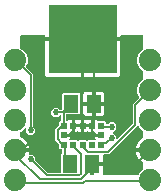
<source format=gbr>
G04 EAGLE Gerber RS-274X export*
G75*
%MOMM*%
%FSLAX34Y34*%
%LPD*%
%INTop Copper*%
%IPPOS*%
%AMOC8*
5,1,8,0,0,1.08239X$1,22.5*%
G01*
%ADD10R,1.300000X1.500000*%
%ADD11C,1.879600*%
%ADD12R,0.500000X0.500000*%
%ADD13R,5.842000X5.842000*%
%ADD14C,0.152400*%
%ADD15C,0.525000*%

G36*
X58188Y26420D02*
X58188Y26420D01*
X58207Y26418D01*
X58309Y26440D01*
X58411Y26456D01*
X58428Y26466D01*
X58448Y26470D01*
X58537Y26523D01*
X58628Y26572D01*
X58642Y26586D01*
X58659Y26596D01*
X58726Y26675D01*
X58798Y26750D01*
X58806Y26768D01*
X58819Y26783D01*
X58858Y26879D01*
X58901Y26973D01*
X58903Y26993D01*
X58911Y27011D01*
X58929Y27178D01*
X58929Y42316D01*
X59674Y43061D01*
X59690Y43061D01*
X59710Y43064D01*
X59729Y43062D01*
X59831Y43084D01*
X59933Y43100D01*
X59950Y43110D01*
X59970Y43114D01*
X60059Y43167D01*
X60150Y43216D01*
X60164Y43230D01*
X60181Y43240D01*
X60248Y43319D01*
X60320Y43394D01*
X60328Y43412D01*
X60341Y43427D01*
X60380Y43523D01*
X60423Y43617D01*
X60425Y43637D01*
X60433Y43655D01*
X60451Y43822D01*
X60451Y45888D01*
X60448Y45908D01*
X60450Y45927D01*
X60428Y46029D01*
X60412Y46131D01*
X60402Y46148D01*
X60398Y46168D01*
X60345Y46257D01*
X60296Y46348D01*
X60282Y46362D01*
X60272Y46379D01*
X60193Y46446D01*
X60118Y46518D01*
X60100Y46526D01*
X60085Y46539D01*
X59989Y46578D01*
X59895Y46621D01*
X59875Y46623D01*
X59857Y46631D01*
X59690Y46649D01*
X58444Y46649D01*
X57699Y47394D01*
X57699Y50363D01*
X57685Y50453D01*
X57677Y50544D01*
X57665Y50573D01*
X57660Y50605D01*
X57617Y50686D01*
X57581Y50770D01*
X57555Y50802D01*
X57544Y50823D01*
X57521Y50845D01*
X57476Y50901D01*
X55769Y52608D01*
X54355Y54022D01*
X54355Y63326D01*
X57476Y66447D01*
X57529Y66521D01*
X57589Y66590D01*
X57601Y66621D01*
X57620Y66647D01*
X57647Y66734D01*
X57681Y66819D01*
X57685Y66860D01*
X57692Y66882D01*
X57691Y66914D01*
X57699Y66985D01*
X57699Y69446D01*
X58444Y70191D01*
X58676Y70191D01*
X58696Y70194D01*
X58715Y70192D01*
X58817Y70214D01*
X58919Y70230D01*
X58936Y70240D01*
X58956Y70244D01*
X59045Y70297D01*
X59136Y70346D01*
X59150Y70360D01*
X59167Y70370D01*
X59234Y70449D01*
X59306Y70524D01*
X59314Y70542D01*
X59327Y70557D01*
X59366Y70653D01*
X59409Y70747D01*
X59411Y70767D01*
X59419Y70785D01*
X59437Y70952D01*
X59437Y74930D01*
X59434Y74950D01*
X59436Y74969D01*
X59414Y75071D01*
X59398Y75173D01*
X59388Y75190D01*
X59384Y75210D01*
X59331Y75299D01*
X59282Y75390D01*
X59268Y75404D01*
X59258Y75421D01*
X59179Y75488D01*
X59104Y75560D01*
X59086Y75568D01*
X59071Y75581D01*
X58975Y75620D01*
X58967Y75623D01*
X58959Y75628D01*
X58952Y75630D01*
X58881Y75663D01*
X58861Y75665D01*
X58843Y75673D01*
X58736Y75685D01*
X58720Y75689D01*
X58709Y75688D01*
X58676Y75691D01*
X58656Y75691D01*
X58644Y75689D01*
X58637Y75690D01*
X58596Y75682D01*
X58566Y75677D01*
X58475Y75669D01*
X58445Y75657D01*
X58413Y75652D01*
X58333Y75609D01*
X58249Y75573D01*
X58217Y75547D01*
X58196Y75536D01*
X58174Y75513D01*
X58118Y75468D01*
X56478Y73828D01*
X53250Y73828D01*
X50968Y76110D01*
X50968Y79338D01*
X53250Y81620D01*
X56478Y81620D01*
X58118Y79980D01*
X58192Y79927D01*
X58261Y79867D01*
X58291Y79855D01*
X58317Y79836D01*
X58404Y79809D01*
X58489Y79775D01*
X58530Y79771D01*
X58553Y79764D01*
X58585Y79765D01*
X58656Y79757D01*
X59438Y79757D01*
X59458Y79760D01*
X59477Y79758D01*
X59579Y79780D01*
X59681Y79796D01*
X59698Y79806D01*
X59718Y79810D01*
X59807Y79863D01*
X59898Y79912D01*
X59912Y79926D01*
X59929Y79936D01*
X59996Y80015D01*
X60068Y80090D01*
X60076Y80108D01*
X60089Y80123D01*
X60128Y80219D01*
X60171Y80313D01*
X60173Y80333D01*
X60181Y80351D01*
X60199Y80518D01*
X60199Y93116D01*
X60944Y93861D01*
X74996Y93861D01*
X75741Y93116D01*
X75741Y77064D01*
X74996Y76319D01*
X64264Y76319D01*
X64244Y76316D01*
X64225Y76318D01*
X64123Y76296D01*
X64021Y76280D01*
X64004Y76270D01*
X63984Y76266D01*
X63895Y76213D01*
X63804Y76164D01*
X63790Y76150D01*
X63773Y76140D01*
X63706Y76061D01*
X63634Y75986D01*
X63626Y75968D01*
X63613Y75953D01*
X63574Y75857D01*
X63531Y75763D01*
X63529Y75743D01*
X63521Y75725D01*
X63503Y75558D01*
X63503Y70952D01*
X63506Y70932D01*
X63504Y70913D01*
X63526Y70811D01*
X63542Y70709D01*
X63552Y70692D01*
X63556Y70672D01*
X63609Y70583D01*
X63658Y70492D01*
X63672Y70478D01*
X63682Y70461D01*
X63761Y70394D01*
X63836Y70322D01*
X63854Y70314D01*
X63869Y70301D01*
X63965Y70262D01*
X64059Y70219D01*
X64079Y70217D01*
X64097Y70209D01*
X64264Y70191D01*
X64332Y70191D01*
X64422Y70205D01*
X64513Y70213D01*
X64543Y70225D01*
X64575Y70230D01*
X64656Y70273D01*
X64740Y70309D01*
X64772Y70335D01*
X64792Y70346D01*
X64815Y70369D01*
X64871Y70414D01*
X65410Y70953D01*
X65989Y71288D01*
X66636Y71461D01*
X68221Y71461D01*
X68221Y66908D01*
X68224Y66889D01*
X68222Y66869D01*
X68244Y66767D01*
X68260Y66665D01*
X68270Y66648D01*
X68274Y66628D01*
X68327Y66539D01*
X68376Y66448D01*
X68390Y66434D01*
X68400Y66417D01*
X68404Y66414D01*
X68352Y66360D01*
X68344Y66342D01*
X68331Y66327D01*
X68292Y66230D01*
X68249Y66137D01*
X68247Y66117D01*
X68239Y66099D01*
X68221Y65932D01*
X68221Y61379D01*
X67272Y61379D01*
X67252Y61376D01*
X67233Y61378D01*
X67131Y61356D01*
X67029Y61340D01*
X67012Y61330D01*
X66992Y61326D01*
X66903Y61273D01*
X66812Y61224D01*
X66798Y61210D01*
X66781Y61200D01*
X66714Y61121D01*
X66642Y61046D01*
X66634Y61028D01*
X66621Y61013D01*
X66582Y60917D01*
X66539Y60823D01*
X66537Y60803D01*
X66529Y60785D01*
X66511Y60618D01*
X66511Y59669D01*
X61958Y59669D01*
X61939Y59666D01*
X61919Y59668D01*
X61817Y59646D01*
X61715Y59630D01*
X61698Y59620D01*
X61678Y59616D01*
X61589Y59563D01*
X61498Y59514D01*
X61484Y59500D01*
X61467Y59490D01*
X61400Y59411D01*
X61329Y59336D01*
X61320Y59318D01*
X61307Y59303D01*
X61269Y59207D01*
X61225Y59113D01*
X61223Y59093D01*
X61215Y59075D01*
X61197Y58908D01*
X61197Y57932D01*
X61200Y57912D01*
X61198Y57892D01*
X61220Y57791D01*
X61237Y57689D01*
X61246Y57672D01*
X61250Y57652D01*
X61303Y57563D01*
X61352Y57472D01*
X61366Y57458D01*
X61376Y57441D01*
X61455Y57374D01*
X61530Y57302D01*
X61548Y57294D01*
X61563Y57281D01*
X61660Y57242D01*
X61753Y57199D01*
X61773Y57197D01*
X61791Y57189D01*
X61958Y57171D01*
X66511Y57171D01*
X66511Y55586D01*
X66394Y55149D01*
X66382Y55030D01*
X66369Y54913D01*
X66370Y54908D01*
X66369Y54904D01*
X66396Y54789D01*
X66421Y54672D01*
X66423Y54669D01*
X66424Y54665D01*
X66486Y54563D01*
X66547Y54461D01*
X66550Y54458D01*
X66553Y54455D01*
X66643Y54379D01*
X66734Y54301D01*
X66738Y54300D01*
X66741Y54297D01*
X66850Y54254D01*
X66962Y54209D01*
X66967Y54209D01*
X66970Y54207D01*
X66984Y54207D01*
X67129Y54191D01*
X72496Y54191D01*
X72932Y53755D01*
X72948Y53744D01*
X72960Y53728D01*
X73048Y53672D01*
X73131Y53612D01*
X73150Y53606D01*
X73167Y53595D01*
X73268Y53570D01*
X73367Y53539D01*
X73386Y53540D01*
X73406Y53535D01*
X73509Y53543D01*
X73612Y53546D01*
X73631Y53553D01*
X73651Y53554D01*
X73746Y53595D01*
X73843Y53630D01*
X73859Y53643D01*
X73877Y53651D01*
X74008Y53755D01*
X74444Y54191D01*
X80496Y54191D01*
X80932Y53755D01*
X80948Y53744D01*
X80960Y53728D01*
X81048Y53672D01*
X81131Y53612D01*
X81150Y53606D01*
X81167Y53595D01*
X81268Y53570D01*
X81367Y53539D01*
X81386Y53540D01*
X81406Y53535D01*
X81509Y53543D01*
X81612Y53546D01*
X81631Y53553D01*
X81651Y53554D01*
X81746Y53595D01*
X81843Y53630D01*
X81859Y53643D01*
X81877Y53651D01*
X82008Y53755D01*
X82444Y54191D01*
X87811Y54191D01*
X87928Y54210D01*
X88046Y54228D01*
X88050Y54230D01*
X88054Y54230D01*
X88158Y54286D01*
X88264Y54341D01*
X88267Y54344D01*
X88271Y54346D01*
X88352Y54431D01*
X88436Y54517D01*
X88438Y54521D01*
X88440Y54524D01*
X88490Y54631D01*
X88542Y54739D01*
X88542Y54743D01*
X88544Y54747D01*
X88557Y54863D01*
X88572Y54983D01*
X88571Y54988D01*
X88571Y54991D01*
X88568Y55005D01*
X88546Y55149D01*
X88429Y55586D01*
X88429Y57171D01*
X92982Y57171D01*
X93001Y57174D01*
X93021Y57172D01*
X93123Y57194D01*
X93225Y57210D01*
X93242Y57220D01*
X93262Y57224D01*
X93351Y57277D01*
X93442Y57326D01*
X93456Y57340D01*
X93473Y57350D01*
X93540Y57429D01*
X93611Y57504D01*
X93620Y57522D01*
X93633Y57537D01*
X93671Y57633D01*
X93715Y57727D01*
X93717Y57747D01*
X93725Y57765D01*
X93743Y57932D01*
X93743Y58908D01*
X93741Y58922D01*
X93742Y58934D01*
X93741Y58939D01*
X93742Y58947D01*
X93720Y59049D01*
X93703Y59151D01*
X93694Y59168D01*
X93690Y59188D01*
X93637Y59277D01*
X93588Y59368D01*
X93574Y59382D01*
X93564Y59399D01*
X93485Y59466D01*
X93410Y59538D01*
X93392Y59546D01*
X93377Y59559D01*
X93280Y59598D01*
X93187Y59641D01*
X93167Y59643D01*
X93149Y59651D01*
X92982Y59669D01*
X88429Y59669D01*
X88429Y60618D01*
X88426Y60638D01*
X88428Y60657D01*
X88406Y60758D01*
X88390Y60861D01*
X88380Y60878D01*
X88376Y60898D01*
X88323Y60987D01*
X88274Y61078D01*
X88260Y61092D01*
X88250Y61109D01*
X88171Y61176D01*
X88096Y61247D01*
X88078Y61256D01*
X88063Y61269D01*
X87967Y61308D01*
X87873Y61351D01*
X87853Y61353D01*
X87835Y61361D01*
X87668Y61379D01*
X86719Y61379D01*
X86719Y65932D01*
X86716Y65951D01*
X86718Y65971D01*
X86696Y66073D01*
X86680Y66175D01*
X86670Y66192D01*
X86666Y66212D01*
X86613Y66301D01*
X86564Y66392D01*
X86550Y66406D01*
X86540Y66423D01*
X86536Y66426D01*
X86588Y66480D01*
X86596Y66498D01*
X86609Y66513D01*
X86648Y66610D01*
X86691Y66703D01*
X86693Y66723D01*
X86701Y66741D01*
X86719Y66908D01*
X86719Y71461D01*
X88305Y71461D01*
X88951Y71288D01*
X89530Y70953D01*
X90069Y70414D01*
X90143Y70361D01*
X90213Y70301D01*
X90243Y70289D01*
X90269Y70270D01*
X90356Y70243D01*
X90441Y70209D01*
X90482Y70205D01*
X90504Y70198D01*
X90536Y70199D01*
X90608Y70191D01*
X96496Y70191D01*
X97241Y69446D01*
X97241Y68326D01*
X97244Y68306D01*
X97242Y68287D01*
X97264Y68185D01*
X97280Y68083D01*
X97290Y68066D01*
X97294Y68046D01*
X97347Y67957D01*
X97396Y67866D01*
X97410Y67852D01*
X97420Y67835D01*
X97499Y67768D01*
X97574Y67696D01*
X97592Y67688D01*
X97607Y67675D01*
X97703Y67636D01*
X97797Y67593D01*
X97817Y67591D01*
X97835Y67583D01*
X98002Y67565D01*
X98316Y67565D01*
X98406Y67579D01*
X98497Y67587D01*
X98527Y67599D01*
X98559Y67604D01*
X98639Y67647D01*
X98723Y67683D01*
X98755Y67709D01*
X98776Y67720D01*
X98798Y67743D01*
X98854Y67788D01*
X100494Y69428D01*
X103722Y69428D01*
X106004Y67146D01*
X106004Y63918D01*
X103584Y61498D01*
X103572Y61482D01*
X103556Y61470D01*
X103500Y61382D01*
X103440Y61299D01*
X103434Y61280D01*
X103423Y61263D01*
X103398Y61162D01*
X103368Y61063D01*
X103368Y61044D01*
X103363Y61024D01*
X103371Y60921D01*
X103374Y60818D01*
X103381Y60799D01*
X103383Y60779D01*
X103423Y60684D01*
X103459Y60587D01*
X103471Y60571D01*
X103479Y60553D01*
X103584Y60422D01*
X106004Y58002D01*
X106004Y55852D01*
X106015Y55782D01*
X106017Y55710D01*
X106035Y55661D01*
X106043Y55610D01*
X106077Y55546D01*
X106102Y55479D01*
X106134Y55438D01*
X106159Y55392D01*
X106211Y55343D01*
X106255Y55287D01*
X106299Y55259D01*
X106337Y55223D01*
X106402Y55193D01*
X106462Y55154D01*
X106513Y55141D01*
X106560Y55119D01*
X106631Y55111D01*
X106701Y55094D01*
X106753Y55098D01*
X106804Y55092D01*
X106875Y55107D01*
X106946Y55113D01*
X106994Y55133D01*
X107045Y55144D01*
X107106Y55181D01*
X107172Y55209D01*
X107228Y55254D01*
X107256Y55270D01*
X107271Y55288D01*
X107303Y55314D01*
X119664Y67675D01*
X119717Y67749D01*
X119777Y67818D01*
X119789Y67849D01*
X119808Y67875D01*
X119835Y67962D01*
X119869Y68047D01*
X119873Y68088D01*
X119880Y68110D01*
X119879Y68142D01*
X119887Y68213D01*
X119887Y84662D01*
X121301Y86076D01*
X125253Y90028D01*
X125320Y90122D01*
X125391Y90216D01*
X125393Y90222D01*
X125396Y90227D01*
X125430Y90338D01*
X125467Y90450D01*
X125467Y90456D01*
X125469Y90462D01*
X125466Y90579D01*
X125465Y90696D01*
X125462Y90703D01*
X125462Y90708D01*
X125456Y90726D01*
X125418Y90857D01*
X123951Y94398D01*
X123951Y98642D01*
X125575Y102563D01*
X128585Y105573D01*
X128661Y105620D01*
X128761Y105680D01*
X128765Y105684D01*
X128770Y105688D01*
X128845Y105778D01*
X128921Y105867D01*
X128923Y105872D01*
X128927Y105877D01*
X128969Y105986D01*
X129013Y106095D01*
X129014Y106102D01*
X129015Y106107D01*
X129016Y106125D01*
X129031Y106261D01*
X129031Y112179D01*
X129012Y112294D01*
X128995Y112410D01*
X128993Y112415D01*
X128992Y112421D01*
X128937Y112524D01*
X128884Y112629D01*
X128879Y112633D01*
X128876Y112639D01*
X128845Y112668D01*
X128842Y112673D01*
X128819Y112693D01*
X128792Y112719D01*
X128708Y112801D01*
X128702Y112805D01*
X128698Y112808D01*
X128681Y112816D01*
X128666Y112824D01*
X128655Y112833D01*
X128634Y112842D01*
X128581Y112871D01*
X125575Y115877D01*
X123951Y119798D01*
X123951Y124042D01*
X125575Y127963D01*
X128585Y130973D01*
X128661Y131020D01*
X128761Y131080D01*
X128765Y131084D01*
X128770Y131088D01*
X128845Y131178D01*
X128921Y131267D01*
X128923Y131272D01*
X128927Y131277D01*
X128969Y131386D01*
X129013Y131495D01*
X129014Y131502D01*
X129015Y131507D01*
X129016Y131525D01*
X129031Y131661D01*
X129031Y142240D01*
X129028Y142260D01*
X129030Y142279D01*
X129008Y142381D01*
X128992Y142483D01*
X128982Y142500D01*
X128978Y142520D01*
X128925Y142609D01*
X128876Y142700D01*
X128862Y142714D01*
X128852Y142731D01*
X128773Y142798D01*
X128698Y142870D01*
X128680Y142878D01*
X128665Y142891D01*
X128569Y142930D01*
X128475Y142973D01*
X128455Y142975D01*
X128437Y142983D01*
X128270Y143001D01*
X109982Y143001D01*
X109962Y142998D01*
X109943Y143000D01*
X109841Y142978D01*
X109739Y142962D01*
X109722Y142952D01*
X109702Y142948D01*
X109613Y142895D01*
X109522Y142846D01*
X109508Y142832D01*
X109491Y142822D01*
X109424Y142743D01*
X109352Y142668D01*
X109344Y142650D01*
X109331Y142635D01*
X109292Y142539D01*
X109249Y142445D01*
X109247Y142425D01*
X109239Y142407D01*
X109221Y142240D01*
X109221Y141223D01*
X78232Y141223D01*
X78212Y141220D01*
X78193Y141222D01*
X78091Y141200D01*
X77989Y141183D01*
X77972Y141174D01*
X77952Y141170D01*
X77863Y141117D01*
X77772Y141068D01*
X77758Y141054D01*
X77741Y141044D01*
X77674Y140965D01*
X77603Y140890D01*
X77594Y140872D01*
X77581Y140857D01*
X77543Y140761D01*
X77499Y140667D01*
X77497Y140647D01*
X77489Y140629D01*
X77471Y140462D01*
X77471Y139699D01*
X77469Y139699D01*
X77469Y140462D01*
X77466Y140482D01*
X77468Y140501D01*
X77446Y140603D01*
X77429Y140705D01*
X77420Y140722D01*
X77416Y140742D01*
X77363Y140831D01*
X77314Y140922D01*
X77300Y140936D01*
X77290Y140953D01*
X77211Y141020D01*
X77136Y141091D01*
X77118Y141100D01*
X77103Y141113D01*
X77007Y141152D01*
X76913Y141195D01*
X76893Y141197D01*
X76875Y141205D01*
X76708Y141223D01*
X45719Y141223D01*
X45719Y142240D01*
X45716Y142260D01*
X45718Y142279D01*
X45696Y142381D01*
X45679Y142483D01*
X45670Y142500D01*
X45666Y142520D01*
X45613Y142609D01*
X45564Y142700D01*
X45550Y142714D01*
X45540Y142731D01*
X45461Y142798D01*
X45386Y142870D01*
X45368Y142878D01*
X45353Y142891D01*
X45257Y142930D01*
X45163Y142973D01*
X45143Y142975D01*
X45125Y142983D01*
X44958Y143001D01*
X25400Y143001D01*
X25380Y142998D01*
X25361Y143000D01*
X25259Y142978D01*
X25157Y142962D01*
X25140Y142952D01*
X25120Y142948D01*
X25031Y142895D01*
X24940Y142846D01*
X24926Y142832D01*
X24909Y142822D01*
X24842Y142743D01*
X24771Y142668D01*
X24762Y142650D01*
X24749Y142635D01*
X24710Y142539D01*
X24667Y142445D01*
X24665Y142425D01*
X24657Y142407D01*
X24639Y142240D01*
X24639Y132188D01*
X24658Y132073D01*
X24675Y131957D01*
X24678Y131951D01*
X24679Y131945D01*
X24733Y131842D01*
X24786Y131737D01*
X24791Y131733D01*
X24794Y131727D01*
X24878Y131648D01*
X24962Y131565D01*
X24968Y131561D01*
X24972Y131558D01*
X24989Y131550D01*
X25109Y131484D01*
X26363Y130965D01*
X29365Y127963D01*
X30989Y124042D01*
X30989Y119798D01*
X29820Y116976D01*
X29793Y116862D01*
X29764Y116748D01*
X29765Y116742D01*
X29764Y116736D01*
X29775Y116620D01*
X29784Y116503D01*
X29786Y116498D01*
X29787Y116491D01*
X29834Y116384D01*
X29880Y116277D01*
X29885Y116271D01*
X29887Y116267D01*
X29899Y116253D01*
X29985Y116146D01*
X35561Y110570D01*
X35561Y66276D01*
X35575Y66186D01*
X35583Y66095D01*
X35595Y66065D01*
X35600Y66033D01*
X35643Y65953D01*
X35679Y65869D01*
X35705Y65837D01*
X35716Y65816D01*
X35739Y65794D01*
X35784Y65738D01*
X37424Y64098D01*
X37424Y60870D01*
X35142Y58588D01*
X31914Y58588D01*
X29632Y60870D01*
X29632Y63507D01*
X29621Y63577D01*
X29619Y63649D01*
X29601Y63698D01*
X29593Y63749D01*
X29559Y63813D01*
X29534Y63880D01*
X29502Y63921D01*
X29477Y63967D01*
X29425Y64016D01*
X29381Y64072D01*
X29337Y64100D01*
X29299Y64136D01*
X29234Y64166D01*
X29174Y64205D01*
X29123Y64218D01*
X29076Y64240D01*
X29005Y64248D01*
X28935Y64265D01*
X28883Y64261D01*
X28832Y64267D01*
X28761Y64252D01*
X28690Y64246D01*
X28642Y64226D01*
X28591Y64215D01*
X28530Y64178D01*
X28464Y64150D01*
X28408Y64105D01*
X28380Y64088D01*
X28365Y64071D01*
X28333Y64045D01*
X26363Y62075D01*
X25109Y61556D01*
X25009Y61494D01*
X24909Y61434D01*
X24905Y61430D01*
X24900Y61426D01*
X24825Y61336D01*
X24749Y61247D01*
X24747Y61242D01*
X24743Y61237D01*
X24701Y61127D01*
X24657Y61019D01*
X24656Y61012D01*
X24655Y61007D01*
X24654Y60989D01*
X24639Y60852D01*
X24639Y57385D01*
X24653Y57299D01*
X24659Y57212D01*
X24673Y57178D01*
X24679Y57142D01*
X24719Y57065D01*
X24753Y56985D01*
X24777Y56957D01*
X24794Y56925D01*
X24857Y56865D01*
X24914Y56799D01*
X24953Y56773D01*
X24972Y56756D01*
X25000Y56743D01*
X25023Y56727D01*
X25030Y56722D01*
X25035Y56720D01*
X25054Y56707D01*
X26577Y55931D01*
X28098Y54826D01*
X29426Y53498D01*
X30531Y51977D01*
X31384Y50303D01*
X31965Y48516D01*
X32166Y47243D01*
X25400Y47243D01*
X25380Y47240D01*
X25361Y47242D01*
X25259Y47220D01*
X25157Y47203D01*
X25140Y47194D01*
X25120Y47190D01*
X25031Y47137D01*
X24940Y47088D01*
X24926Y47074D01*
X24909Y47064D01*
X24842Y46985D01*
X24771Y46910D01*
X24762Y46892D01*
X24749Y46877D01*
X24710Y46781D01*
X24667Y46687D01*
X24665Y46667D01*
X24657Y46649D01*
X24639Y46482D01*
X24639Y44958D01*
X24642Y44938D01*
X24640Y44919D01*
X24662Y44817D01*
X24679Y44715D01*
X24688Y44698D01*
X24692Y44678D01*
X24745Y44589D01*
X24794Y44498D01*
X24808Y44484D01*
X24818Y44467D01*
X24897Y44400D01*
X24972Y44329D01*
X24990Y44320D01*
X25005Y44307D01*
X25101Y44268D01*
X25195Y44225D01*
X25215Y44223D01*
X25233Y44215D01*
X25400Y44197D01*
X32166Y44197D01*
X31957Y42876D01*
X31958Y42796D01*
X31949Y42718D01*
X31958Y42674D01*
X31958Y42630D01*
X31984Y42555D01*
X32001Y42477D01*
X32024Y42439D01*
X32038Y42397D01*
X32086Y42334D01*
X32127Y42266D01*
X32161Y42237D01*
X32188Y42202D01*
X32254Y42158D01*
X32314Y42106D01*
X32355Y42090D01*
X32392Y42065D01*
X32468Y42044D01*
X32542Y42014D01*
X32601Y42008D01*
X32629Y42000D01*
X32657Y42002D01*
X32709Y41996D01*
X35142Y41996D01*
X37424Y39714D01*
X37424Y37394D01*
X37438Y37304D01*
X37446Y37213D01*
X37458Y37184D01*
X37463Y37152D01*
X37506Y37071D01*
X37542Y36987D01*
X37568Y36955D01*
X37579Y36934D01*
X37602Y36912D01*
X37647Y36856D01*
X47863Y26640D01*
X47937Y26587D01*
X48006Y26527D01*
X48037Y26515D01*
X48063Y26496D01*
X48150Y26469D01*
X48235Y26435D01*
X48276Y26431D01*
X48298Y26424D01*
X48330Y26425D01*
X48401Y26417D01*
X58168Y26417D01*
X58188Y26420D01*
G37*
G36*
X86482Y24642D02*
X86482Y24642D01*
X86501Y24640D01*
X86603Y24662D01*
X86705Y24679D01*
X86722Y24688D01*
X86742Y24692D01*
X86831Y24745D01*
X86922Y24794D01*
X86936Y24808D01*
X86953Y24818D01*
X87020Y24897D01*
X87091Y24972D01*
X87100Y24990D01*
X87113Y25005D01*
X87152Y25101D01*
X87195Y25195D01*
X87197Y25215D01*
X87205Y25233D01*
X87223Y25400D01*
X87223Y32767D01*
X94741Y32767D01*
X94741Y26456D01*
X94568Y25809D01*
X94551Y25781D01*
X94517Y25691D01*
X94477Y25605D01*
X94474Y25577D01*
X94464Y25551D01*
X94461Y25455D01*
X94450Y25361D01*
X94456Y25333D01*
X94455Y25305D01*
X94482Y25213D01*
X94502Y25120D01*
X94517Y25096D01*
X94525Y25069D01*
X94580Y24991D01*
X94628Y24909D01*
X94650Y24891D01*
X94666Y24868D01*
X94743Y24811D01*
X94815Y24749D01*
X94842Y24739D01*
X94864Y24722D01*
X94955Y24693D01*
X95044Y24657D01*
X95079Y24653D01*
X95099Y24647D01*
X95131Y24648D01*
X95210Y24639D01*
X124352Y24639D01*
X124467Y24658D01*
X124583Y24675D01*
X124589Y24678D01*
X124595Y24679D01*
X124697Y24733D01*
X124803Y24786D01*
X124807Y24791D01*
X124813Y24794D01*
X124892Y24878D01*
X124975Y24962D01*
X124979Y24968D01*
X124982Y24972D01*
X124990Y24989D01*
X125056Y25109D01*
X125575Y26363D01*
X128585Y29373D01*
X128661Y29420D01*
X128761Y29480D01*
X128765Y29484D01*
X128770Y29488D01*
X128845Y29578D01*
X128921Y29667D01*
X128923Y29672D01*
X128927Y29677D01*
X128969Y29786D01*
X129013Y29895D01*
X129014Y29902D01*
X129015Y29907D01*
X129016Y29925D01*
X129031Y30061D01*
X129031Y34702D01*
X129017Y34788D01*
X129011Y34875D01*
X128997Y34909D01*
X128992Y34945D01*
X128951Y35022D01*
X128917Y35103D01*
X128893Y35130D01*
X128876Y35162D01*
X128813Y35222D01*
X128756Y35288D01*
X128717Y35314D01*
X128698Y35331D01*
X128670Y35345D01*
X128616Y35380D01*
X128363Y35509D01*
X126842Y36614D01*
X125514Y37942D01*
X124409Y39463D01*
X123556Y41137D01*
X122975Y42924D01*
X122774Y44197D01*
X128270Y44197D01*
X128290Y44200D01*
X128309Y44198D01*
X128411Y44220D01*
X128513Y44237D01*
X128530Y44246D01*
X128550Y44250D01*
X128639Y44303D01*
X128730Y44352D01*
X128744Y44366D01*
X128761Y44376D01*
X128828Y44455D01*
X128900Y44530D01*
X128908Y44548D01*
X128921Y44563D01*
X128960Y44659D01*
X129003Y44753D01*
X129005Y44773D01*
X129013Y44791D01*
X129031Y44958D01*
X129031Y46482D01*
X129028Y46502D01*
X129030Y46521D01*
X129008Y46623D01*
X128992Y46725D01*
X128982Y46742D01*
X128978Y46762D01*
X128925Y46851D01*
X128876Y46942D01*
X128862Y46956D01*
X128852Y46973D01*
X128773Y47040D01*
X128698Y47111D01*
X128680Y47120D01*
X128665Y47133D01*
X128569Y47172D01*
X128475Y47215D01*
X128455Y47217D01*
X128437Y47225D01*
X128270Y47243D01*
X122774Y47243D01*
X122975Y48516D01*
X123556Y50303D01*
X124409Y51977D01*
X125514Y53498D01*
X126842Y54826D01*
X128363Y55931D01*
X128616Y56060D01*
X128686Y56112D01*
X128761Y56156D01*
X128785Y56184D01*
X128814Y56205D01*
X128864Y56277D01*
X128921Y56343D01*
X128934Y56377D01*
X128955Y56407D01*
X128980Y56490D01*
X129013Y56571D01*
X129018Y56618D01*
X129025Y56642D01*
X129024Y56673D01*
X129031Y56738D01*
X129031Y61379D01*
X129012Y61494D01*
X128995Y61610D01*
X128993Y61615D01*
X128992Y61621D01*
X128937Y61724D01*
X128884Y61829D01*
X128879Y61833D01*
X128876Y61839D01*
X128792Y61919D01*
X128708Y62001D01*
X128702Y62005D01*
X128698Y62008D01*
X128681Y62016D01*
X128581Y62071D01*
X125575Y65077D01*
X125203Y65976D01*
X125179Y66015D01*
X125163Y66058D01*
X125114Y66119D01*
X125073Y66185D01*
X125038Y66214D01*
X125009Y66250D01*
X124944Y66292D01*
X124884Y66342D01*
X124841Y66358D01*
X124802Y66383D01*
X124727Y66402D01*
X124654Y66430D01*
X124608Y66432D01*
X124564Y66443D01*
X124486Y66437D01*
X124409Y66440D01*
X124364Y66427D01*
X124319Y66424D01*
X124247Y66393D01*
X124172Y66372D01*
X124135Y66346D01*
X124092Y66328D01*
X123986Y66242D01*
X123970Y66231D01*
X123967Y66227D01*
X123961Y66223D01*
X122539Y64800D01*
X99902Y42163D01*
X95502Y42163D01*
X95482Y42160D01*
X95463Y42162D01*
X95361Y42140D01*
X95259Y42124D01*
X95242Y42114D01*
X95222Y42110D01*
X95133Y42057D01*
X95042Y42008D01*
X95028Y41994D01*
X95011Y41984D01*
X94944Y41905D01*
X94872Y41830D01*
X94864Y41812D01*
X94851Y41797D01*
X94812Y41701D01*
X94769Y41607D01*
X94767Y41587D01*
X94759Y41569D01*
X94741Y41402D01*
X94741Y35813D01*
X86462Y35813D01*
X86442Y35810D01*
X86423Y35812D01*
X86321Y35790D01*
X86219Y35773D01*
X86202Y35764D01*
X86182Y35760D01*
X86093Y35707D01*
X86002Y35658D01*
X85988Y35644D01*
X85971Y35634D01*
X85904Y35555D01*
X85833Y35480D01*
X85824Y35462D01*
X85811Y35447D01*
X85772Y35351D01*
X85729Y35257D01*
X85727Y35237D01*
X85719Y35219D01*
X85701Y35052D01*
X85701Y34289D01*
X84938Y34289D01*
X84918Y34286D01*
X84899Y34288D01*
X84797Y34266D01*
X84695Y34249D01*
X84678Y34240D01*
X84658Y34236D01*
X84569Y34183D01*
X84478Y34134D01*
X84464Y34120D01*
X84447Y34110D01*
X84380Y34031D01*
X84309Y33956D01*
X84300Y33938D01*
X84287Y33923D01*
X84248Y33827D01*
X84205Y33733D01*
X84203Y33713D01*
X84195Y33695D01*
X84177Y33528D01*
X84177Y25400D01*
X84180Y25380D01*
X84178Y25361D01*
X84200Y25259D01*
X84217Y25157D01*
X84226Y25140D01*
X84230Y25120D01*
X84283Y25031D01*
X84332Y24940D01*
X84346Y24926D01*
X84356Y24909D01*
X84435Y24842D01*
X84510Y24771D01*
X84528Y24762D01*
X84543Y24749D01*
X84639Y24710D01*
X84733Y24667D01*
X84753Y24665D01*
X84771Y24657D01*
X84938Y24639D01*
X86462Y24639D01*
X86482Y24642D01*
G37*
%LPC*%
G36*
X78993Y107949D02*
X78993Y107949D01*
X78993Y138177D01*
X109221Y138177D01*
X109221Y110156D01*
X109048Y109509D01*
X108713Y108930D01*
X108240Y108457D01*
X107661Y108122D01*
X107014Y107949D01*
X78993Y107949D01*
G37*
%LPD*%
%LPC*%
G36*
X47926Y107949D02*
X47926Y107949D01*
X47279Y108122D01*
X46700Y108457D01*
X46227Y108930D01*
X45892Y109509D01*
X45719Y110156D01*
X45719Y138177D01*
X75947Y138177D01*
X75947Y107949D01*
X47926Y107949D01*
G37*
%LPD*%
%LPC*%
G36*
X88493Y86613D02*
X88493Y86613D01*
X88493Y95131D01*
X93804Y95131D01*
X94451Y94958D01*
X95030Y94623D01*
X95503Y94150D01*
X95838Y93571D01*
X96011Y92924D01*
X96011Y86613D01*
X88493Y86613D01*
G37*
%LPD*%
%LPC*%
G36*
X88493Y75049D02*
X88493Y75049D01*
X88493Y83567D01*
X96011Y83567D01*
X96011Y77256D01*
X95838Y76609D01*
X95503Y76030D01*
X95030Y75557D01*
X94451Y75222D01*
X93804Y75049D01*
X88493Y75049D01*
G37*
%LPD*%
%LPC*%
G36*
X77929Y86613D02*
X77929Y86613D01*
X77929Y92924D01*
X78102Y93571D01*
X78437Y94150D01*
X78910Y94623D01*
X79489Y94958D01*
X80136Y95131D01*
X85447Y95131D01*
X85447Y86613D01*
X77929Y86613D01*
G37*
%LPD*%
%LPC*%
G36*
X80136Y75049D02*
X80136Y75049D01*
X79489Y75222D01*
X78910Y75557D01*
X78437Y76030D01*
X78102Y76609D01*
X77929Y77256D01*
X77929Y83567D01*
X85447Y83567D01*
X85447Y75049D01*
X80136Y75049D01*
G37*
%LPD*%
%LPC*%
G36*
X78719Y67669D02*
X78719Y67669D01*
X78719Y71461D01*
X80305Y71461D01*
X80951Y71288D01*
X81089Y71207D01*
X81153Y71184D01*
X81212Y71151D01*
X81267Y71140D01*
X81319Y71121D01*
X81387Y71118D01*
X81454Y71106D01*
X81509Y71114D01*
X81565Y71112D01*
X81630Y71131D01*
X81697Y71140D01*
X81770Y71172D01*
X81801Y71181D01*
X81818Y71193D01*
X81851Y71208D01*
X81989Y71288D01*
X82636Y71461D01*
X84221Y71461D01*
X84221Y67669D01*
X78719Y67669D01*
G37*
%LPD*%
%LPC*%
G36*
X70719Y67669D02*
X70719Y67669D01*
X70719Y71461D01*
X72305Y71461D01*
X72951Y71288D01*
X73089Y71208D01*
X73153Y71184D01*
X73212Y71151D01*
X73267Y71140D01*
X73319Y71121D01*
X73387Y71118D01*
X73453Y71106D01*
X73509Y71114D01*
X73565Y71111D01*
X73630Y71131D01*
X73697Y71140D01*
X73770Y71172D01*
X73801Y71181D01*
X73818Y71193D01*
X73851Y71207D01*
X73989Y71288D01*
X74636Y71461D01*
X76221Y71461D01*
X76221Y67669D01*
X70719Y67669D01*
G37*
%LPD*%
%LPC*%
G36*
X70719Y61379D02*
X70719Y61379D01*
X70719Y65171D01*
X76221Y65171D01*
X76221Y61379D01*
X74636Y61379D01*
X73989Y61552D01*
X73851Y61633D01*
X73787Y61656D01*
X73728Y61689D01*
X73673Y61700D01*
X73621Y61719D01*
X73553Y61722D01*
X73486Y61734D01*
X73431Y61726D01*
X73375Y61728D01*
X73310Y61709D01*
X73243Y61700D01*
X73170Y61668D01*
X73139Y61659D01*
X73122Y61647D01*
X73089Y61632D01*
X72951Y61552D01*
X72304Y61379D01*
X70719Y61379D01*
G37*
%LPD*%
%LPC*%
G36*
X78719Y61379D02*
X78719Y61379D01*
X78719Y65171D01*
X84221Y65171D01*
X84221Y61379D01*
X82636Y61379D01*
X81989Y61552D01*
X81851Y61632D01*
X81787Y61656D01*
X81728Y61689D01*
X81673Y61700D01*
X81621Y61719D01*
X81553Y61722D01*
X81487Y61734D01*
X81431Y61726D01*
X81375Y61729D01*
X81310Y61709D01*
X81243Y61700D01*
X81170Y61668D01*
X81139Y61659D01*
X81122Y61647D01*
X81089Y61633D01*
X80951Y61552D01*
X80304Y61379D01*
X78719Y61379D01*
G37*
%LPD*%
%LPC*%
G36*
X86969Y85089D02*
X86969Y85089D01*
X86969Y85091D01*
X86971Y85091D01*
X86971Y85089D01*
X86969Y85089D01*
G37*
%LPD*%
D10*
X66700Y34290D03*
X85700Y34290D03*
X67970Y85090D03*
X86970Y85090D03*
D11*
X20320Y20320D03*
X20320Y45720D03*
X20320Y71120D03*
X20320Y96520D03*
X20320Y121920D03*
D12*
X61470Y66420D03*
X69470Y66420D03*
X77470Y66420D03*
X85470Y66420D03*
X93470Y66420D03*
X93470Y58420D03*
X93470Y50420D03*
X85470Y50420D03*
X77470Y50420D03*
X69470Y50420D03*
X61470Y50420D03*
X61470Y58420D03*
D11*
X134620Y20320D03*
X134620Y45720D03*
X134620Y71120D03*
X134620Y96520D03*
X134620Y121920D03*
D13*
X77470Y139700D03*
D14*
X61470Y77724D02*
X61470Y66420D01*
X61470Y77724D02*
X61470Y78590D01*
X67970Y85090D01*
X62484Y50292D02*
X62484Y38100D01*
X65532Y35052D01*
X62484Y50292D02*
X61470Y50420D01*
X65532Y35052D02*
X66700Y34290D01*
X60960Y51816D02*
X59436Y51816D01*
X56388Y54864D01*
X56388Y62484D01*
X60960Y67056D01*
X60960Y51816D02*
X61470Y50420D01*
X61470Y66420D02*
X60960Y67056D01*
X61470Y77724D02*
X54864Y77724D01*
X79248Y19812D02*
X134112Y19812D01*
X79248Y19812D02*
X77724Y18288D01*
X22860Y18288D01*
X21336Y19812D01*
X134112Y19812D02*
X134620Y20320D01*
X21336Y19812D02*
X20320Y20320D01*
D15*
X54864Y77724D03*
D14*
X69470Y66420D02*
X77470Y66420D01*
X85470Y66420D01*
X85470Y61850D01*
X88900Y58420D02*
X93470Y58420D01*
X88900Y58420D02*
X85470Y61850D01*
X69470Y61850D02*
X69470Y66420D01*
X66040Y58420D02*
X61470Y58420D01*
X66040Y58420D02*
X69470Y61850D01*
X86868Y35052D02*
X123444Y35052D01*
X134112Y45720D01*
X86868Y35052D02*
X85700Y34290D01*
X134112Y45720D02*
X134620Y45720D01*
X21336Y45720D02*
X21336Y41148D01*
X41148Y21336D01*
X76200Y21336D01*
X85344Y30480D01*
X85344Y33528D01*
X85700Y34290D01*
X86868Y67056D02*
X86868Y83820D01*
X86970Y85090D01*
X86868Y67056D02*
X85470Y66420D01*
X86868Y96012D02*
X86868Y129540D01*
X86868Y96012D02*
X86868Y85344D01*
X86868Y129540D02*
X77724Y138684D01*
X86868Y85344D02*
X86970Y85090D01*
X77724Y138684D02*
X77470Y139700D01*
X25908Y45720D02*
X21336Y45720D01*
X25908Y45720D02*
X48768Y68580D01*
X48768Y83820D01*
X60960Y96012D01*
X86868Y96012D01*
X21336Y45720D02*
X20320Y45720D01*
X70104Y48768D02*
X70104Y50292D01*
X70104Y48768D02*
X76200Y42672D01*
X76200Y25908D01*
X74676Y24384D01*
X47244Y24384D01*
X33528Y38100D01*
X33528Y62484D02*
X33528Y109728D01*
X21336Y121920D01*
X69470Y50420D02*
X70104Y50292D01*
X21336Y121920D02*
X20320Y121920D01*
D15*
X33528Y38100D03*
X33528Y62484D03*
D14*
X77724Y50292D02*
X77724Y48768D01*
X82296Y44196D01*
X99060Y44196D01*
X121920Y67056D01*
X121920Y83820D01*
X134620Y96520D01*
X77724Y50292D02*
X77470Y50420D01*
X94488Y65532D02*
X102108Y65532D01*
X94488Y65532D02*
X93470Y66420D01*
D15*
X102108Y65532D03*
D14*
X97536Y51816D02*
X94488Y51816D01*
X97536Y51816D02*
X102108Y56388D01*
X94488Y51816D02*
X93470Y50420D01*
D15*
X102108Y56388D03*
M02*

</source>
